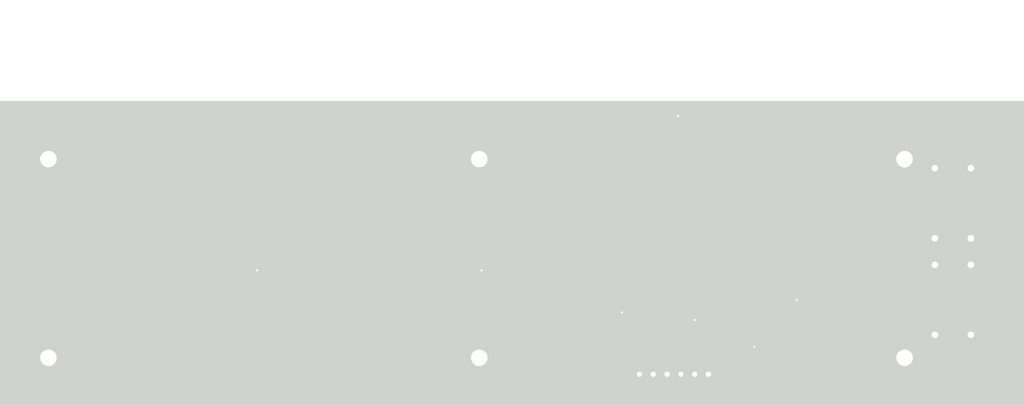
<source format=kicad_pcb>
(kicad_pcb (version 20211014) (generator pcbnew)
  (layers (0 "F.Cu" signal) (31 "B.Cu" signal) (34 "B.Paste" user) (35 "F.Paste" user) (36 "B.SilkS" user "B.Silkscreen") (37 "F.SilkS" user "F.Silkscreen") (38 "B.Mask" user) (39 "F.Mask" user) (44 "Edge.Cuts" user))
  (net 0 "")
  (net 1 "Net-(H11-Pad1)")
  (net 2 "Net-(H12-Pad1)")
  (net 3 "Net-(H14-Pad1)")
  (net 4 "Net-(H5V1-Pad1)")
  (net 5 "Net-(H13-Pad1)")
  (net 6 "GND")
  (footprint "project_fp:SolderWirePad_1x01_SMD_5x10mm" (layer "F.Cu") (at 151 115.6)
    (fp_text reference "H13" (at 0 -3.81) (layer "F.SilkS"))
    (fp_text value "MountingHole_Pad")
    (pad "1" smd rect (at 0 0) (size 5 10) (layers "F.Cu" "F.Paste" "F.Mask") (net 5 "Net-(H13-Pad1)"))
  )
  (footprint "project_fp:SolderWirePad_1x01_SMD_5x10mm" (layer "F.Cu") (at 190 115.1)
    (fp_text reference "H14" (at 0 -3.81) (layer "F.SilkS"))
    (fp_text value "MountingHole_Pad")
    (pad "1" smd rect locked (at 0 0) (size 5 10) (layers "F.Cu" "F.Paste" "F.Mask") (net 3 "Net-(H14-Pad1)"))
  )
  (footprint "project_fp:SolderWirePad_1x01_SMD_5x10mm" (layer "F.Cu") (at 53.5 115.5)
    (fp_text reference "H5V1" (at 0 -3.81) (layer "F.SilkS"))
    (fp_text value "MountingHole_Pad")
    (pad "1" smd rect locked (at 0 0) (size 5 10) (layers "F.Cu" "F.Paste" "F.Mask") (net 4 "Net-(H5V1-Pad1)"))
  )
  (footprint "Resistor_THT:R_Axial_DIN0411_L9.9mm_D3.6mm_P12.70mm_Horizontal" (layer "F.Cu") (at 210.5 136.15 -90)
    (fp_text reference "R4" (at 6.35 -2.92 -90) (layer "F.SilkS"))
    (fp_text value "R_Variable")
    (fp_line (start 1.28 -1.44) (end 1.28 -1.92) (layer "F.SilkS") (width 0.12))
    (fp_line (start 1.28 1.92) (end 11.42 1.92) (layer "F.SilkS") (width 0.12))
    (fp_line (start 11.42 -1.92) (end 11.42 -1.44) (layer "F.SilkS") (width 0.12))
    (fp_line (start 11.42 1.92) (end 11.42 1.44) (layer "F.SilkS") (width 0.12))
    (fp_line (start 1.28 -1.92) (end 11.42 -1.92) (layer "F.SilkS") (width 0.12))
    (fp_line (start 1.28 1.44) (end 1.28 1.92) (layer "F.SilkS") (width 0.12))
    (pad "1" thru_hole circle (at 0 0 270) (size 2.4 2.4) (drill 1.2) (layers *.Cu *.Mask) (net 6 "GND"))
    (pad "2" thru_hole oval (at 12.7 0 270) (size 2.4 2.4) (drill 1.2) (layers *.Cu *.Mask) (net 3 "Net-(H14-Pad1)"))
  )
  (footprint "MountingHole:MountingHole_3mm" (layer "F.Cu") (at 198.5 117)
    (fp_text reference "H3" (at 0 -4) (layer "F.SilkS"))
    (fp_text value "MountingHole")
    (pad "" np_thru_hole circle (at 0 0) (size 3 3) (drill 3) (layers *.Cu *.Mask))
  )
  (footprint "MountingHole:MountingHole_3mm" (layer "F.Cu") (at 43.5 153)
    (fp_text reference "H6" (at 0 -4) (layer "F.SilkS"))
    (fp_text value "MountingHole")
    (pad "" np_thru_hole circle (at 0 0) (size 3 3) (drill 3) (layers *.Cu *.Mask))
  )
  (footprint "MountingHole:MountingHole_3mm" (layer "F.Cu") (at 198.5 153)
    (fp_text reference "H2" (at 0 -4) (layer "F.SilkS"))
    (fp_text value "MountingHole")
    (pad "" np_thru_hole circle (at 0 0) (size 3 3) (drill 3) (layers *.Cu *.Mask))
  )
  (footprint "project_fp:SolderWirePad_1x01_SMD_5x10mm" (layer "F.Cu") (at 112 115.6)
    (fp_text reference "H12" (at 0 -3.81) (layer "F.SilkS"))
    (fp_text value "MountingHole_Pad")
    (pad "1" smd rect locked (at 0 0) (size 5 10) (layers "F.Cu" "F.Paste" "F.Mask") (net 2 "Net-(H12-Pad1)"))
  )
  (footprint "project_fp:SolderWirePad_1x01_SMD_5x10mm" (layer "F.Cu") (at 131 115.6)
    (fp_text reference "H5V3" (at 0 -3.81) (layer "F.SilkS"))
    (fp_text value "MountingHole_Pad")
    (pad "1" smd rect locked (at 0 0) (size 5 10) (layers "F.Cu" "F.Paste" "F.Mask") (net 4 "Net-(H5V1-Pad1)"))
  )
  (footprint "project_fp:SolderWirePad_1x01_SMD_5x10mm" (layer "F.Cu") (at 73.4 115.5)
    (fp_text reference "H11" (at 0 -3.81) (layer "F.SilkS"))
    (fp_text value "MountingHole_Pad")
    (pad "1" smd rect locked (at 0 0) (size 5 10) (layers "F.Cu" "F.Paste" "F.Mask") (net 1 "Net-(H11-Pad1)"))
  )
  (footprint "Resistor_THT:R_Axial_DIN0411_L9.9mm_D3.6mm_P12.70mm_Horizontal" (layer "F.Cu") (at 204 118.65 -90)
    (fp_text reference "R1" (at 6.35 -2.92 -90) (layer "F.SilkS"))
    (fp_text value "R_Variable")
    (fp_line (start 1.28 -1.92) (end 11.42 -1.92) (layer "F.SilkS") (width 0.12))
    (fp_line (start 1.28 1.92) (end 11.42 1.92) (layer "F.SilkS") (width 0.12))
    (fp_line (start 1.28 1.44) (end 1.28 1.92) (layer "F.SilkS") (width 0.12))
    (fp_line (start 11.42 -1.92) (end 11.42 -1.44) (layer "F.SilkS") (width 0.12))
    (fp_line (start 11.42 1.92) (end 11.42 1.44) (layer "F.SilkS") (width 0.12))
    (fp_line (start 1.28 -1.44) (end 1.28 -1.92) (layer "F.SilkS") (width 0.12))
    (pad "1" thru_hole circle (at 0 0 270) (size 2.4 2.4) (drill 1.2) (layers *.Cu *.Mask) (net 6 "GND"))
    (pad "2" thru_hole oval (at 12.7 0 270) (size 2.4 2.4) (drill 1.2) (layers *.Cu *.Mask) (net 5 "Net-(H13-Pad1)"))
  )
  (footprint "MountingHole:MountingHole_3mm" (layer "F.Cu") (at 43.5 117)
    (fp_text reference "H1" (at 0 -4) (layer "F.SilkS"))
    (fp_text value "MountingHole")
    (pad "" np_thru_hole circle (at 0 0) (size 3 3) (drill 3) (layers *.Cu *.Mask))
  )
  (footprint "Connector_JST:JST_XH_B6B-XH-A_1x06_P2.50mm_Vertical" (layer "F.Cu") (at 150.5 156)
    (fp_text reference "J?3=FSR4;6=FSR1" (at 6.25 -3.55) (layer "F.SilkS"))
    (fp_text value "06JQ-BT")
    (fp_line (start -2.85 -2.75) (end -2.85 -1.5) (layer "F.SilkS") (width 0.12))
    (fp_line (start 13.25 -1.7) (end 15.05 -1.7) (layer "F.SilkS") (width 0.12))
    (fp_line (start -1.8 2.75) (end 6.25 2.75) (layer "F.SilkS") (width 0.12))
    (fp_line (start -0.75 -2.45) (end -2.55 -2.45) (layer "F.SilkS") (width 0.12))
    (fp_line (start 15.06 3.51) (end 15.06 -2.46) (layer "F.SilkS") (width 0.12))
    (fp_line (start -2.56 3.51) (end 15.06 3.51) (layer "F.SilkS") (width 0.12))
    (fp_line (start 15.05 -1.7) (end 15.05 -2.45) (layer "F.SilkS") (width 0.12))
    (fp_line (start 15.05 -2.45) (end 13.25 -2.45) (layer "F.SilkS") (width 0.12))
    (fp_line (start 15.06 -2.46) (end -2.56 -2.46) (layer "F.SilkS") (width 0.12))
    (fp_line (start -0.75 -1.7) (end -0.75 -2.45) (layer "F.SilkS") (width 0.12))
    (fp_line (start 0.75 -2.45) (end 0.75 -1.7) (layer "F.SilkS") (width 0.12))
    (fp_line (start 14.3 2.75) (end 6.25 2.75) (layer "F.SilkS") (width 0.12))
    (fp_line (start 14.3 -0.2) (end 14.3 2.75) (layer "F.SilkS") (width 0.12))
    (fp_line (start 15.05 -0.2) (end 14.3 -0.2) (layer "F.SilkS") (width 0.12))
    (fp_line (start 11.75 -1.7) (end 11.75 -2.45) (layer "F.SilkS") (width 0.12))
    (fp_line (start -2.56 -2.46) (end -2.56 3.51) (layer "F.SilkS") (width 0.12))
    (fp_line (start 13.25 -2.45) (end 13.25 -1.7) (layer "F.SilkS") (width 0.12))
    (fp_line (start 0.75 -1.7) (end 11.75 -1.7) (layer "F.SilkS") (width 0.12))
    (fp_line (start -2.55 -2.45) (end -2.55 -1.7) (layer "F.SilkS") (width 0.12))
    (fp_line (start -2.55 -1.7) (end -0.75 -1.7) (layer "F.SilkS") (width 0.12))
    (fp_line (start -1.8 -0.2) (end -1.8 2.75) (layer "F.SilkS") (width 0.12))
    (fp_line (start -2.55 -0.2) (end -1.8 -0.2) (layer "F.SilkS") (width 0.12))
    (fp_line (start -1.6 -2.75) (end -2.85 -2.75) (layer "F.SilkS") (width 0.12))
    (fp_line (start 11.75 -2.45) (end 0.75 -2.45) (layer "F.SilkS") (width 0.12))
    (pad "1" thru_hole roundrect (at 0 0) (size 1.7 2.5) (drill 0.95) (layers *.Cu *.Mask) (roundrect_rratio 0.1470588235) (net 6 "GND"))
    (pad "2" thru_hole oval (at 2.5 0) (size 1.7 2.5) (drill 0.95) (layers *.Cu *.Mask) (net 4 "Net-(H5V1-Pad1)"))
    (pad "3" thru_hole oval (at 5 0) (size 1.7 2.5) (drill 0.95) (layers *.Cu *.Mask) (net 3 "Net-(H14-Pad1)"))
    (pad "4" thru_hole oval (at 7.5 0) (size 1.7 2.5) (drill 0.95) (layers *.Cu *.Mask) (net 5 "Net-(H13-Pad1)"))
    (pad "5" thru_hole oval (at 10 0) (size 1.7 2.5) (drill 0.95) (layers *.Cu *.Mask) (net 2 "Net-(H12-Pad1)"))
    (pad "6" thru_hole oval (at 12.5 0) (size 1.7 2.5) (drill 0.95) (layers *.Cu *.Mask) (net 1 "Net-(H11-Pad1)"))
  )
  (footprint "Resistor_THT:R_Axial_DIN0411_L9.9mm_D3.6mm_P12.70mm_Horizontal" (layer "F.Cu") (at 204 136.15 -90)
    (fp_text reference "R3" (at 6.35 -2.92 -90) (layer "F.SilkS"))
    (fp_text value "R_Variable")
    (fp_line (start 11.42 -1.92) (end 11.42 -1.44) (layer "F.SilkS") (width 0.12))
    (fp_line (start 1.28 -1.92) (end 11.42 -1.92) (layer "F.SilkS") (width 0.12))
    (fp_line (start 1.28 1.44) (end 1.28 1.92) (layer "F.SilkS") (width 0.12))
    (fp_line (start 1.28 1.92) (end 11.42 1.92) (layer "F.SilkS") (width 0.12))
    (fp_line (start 11.42 1.92) (end 11.42 1.44) (layer "F.SilkS") (width 0.12))
    (fp_line (start 1.28 -1.44) (end 1.28 -1.92) (layer "F.SilkS") (width 0.12))
    (pad "1" thru_hole circle (at 0 0 270) (size 2.4 2.4) (drill 1.2) (layers *.Cu *.Mask) (net 6 "GND"))
    (pad "2" thru_hole oval (at 12.7 0 270) (size 2.4 2.4) (drill 1.2) (layers *.Cu *.Mask) (net 2 "Net-(H12-Pad1)"))
  )
  (footprint "project_fp:SolderWirePad_1x01_SMD_5x10mm" (layer "F.Cu") (at 92 115.7)
    (fp_text reference "H5V2" (at 0 -3.81) (layer "F.SilkS"))
    (fp_text value "MountingHole_Pad")
    (pad "1" smd rect locked (at 0 0) (size 5 10) (layers "F.Cu" "F.Paste" "F.Mask") (net 4 "Net-(H5V1-Pad1)"))
  )
  (footprint "Resistor_THT:R_Axial_DIN0411_L9.9mm_D3.6mm_P12.70mm_Horizontal" (layer "F.Cu") (at 210.5 118.65 -90)
    (fp_text reference "R2" (at 6.35 -2.92 -90) (layer "F.SilkS"))
    (fp_text value "R_Variable")
    (fp_line (start 1.28 -1.44) (end 1.28 -1.92) (layer "F.SilkS") (width 0.12))
    (fp_line (start 11.42 1.92) (end 11.42 1.44) (layer "F.SilkS") (width 0.12))
    (fp_line (start 1.28 -1.92) (end 11.42 -1.92) (layer "F.SilkS") (width 0.12))
    (fp_line (start 11.42 -1.92) (end 11.42 -1.44) (layer "F.SilkS") (width 0.12))
    (fp_line (start 1.28 1.44) (end 1.28 1.92) (layer "F.SilkS") (width 0.12))
    (fp_line (start 1.28 1.92) (end 11.42 1.92) (layer "F.SilkS") (width 0.12))
    (pad "1" thru_hole circle (at 0 0 270) (size 2.4 2.4) (drill 1.2) (layers *.Cu *.Mask) (net 6 "GND"))
    (pad "2" thru_hole oval (at 12.7 0 270) (size 2.4 2.4) (drill 1.2) (layers *.Cu *.Mask) (net 1 "Net-(H11-Pad1)"))
  )
  (footprint "MountingHole:MountingHole_3mm" (layer "F.Cu") (at 121.5 153)
    (fp_text reference "H10" (at 0 -4) (layer "F.SilkS"))
    (fp_text value "MountingHole")
    (pad "" np_thru_hole circle (at 0 0) (size 3 3) (drill 3) (layers *.Cu *.Mask))
  )
  (footprint "project_fp:SolderWirePad_1x01_SMD_5x10mm" (layer "F.Cu") (at 170 115.1)
    (fp_text reference "H5V4" (at 0 -3.81) (layer "F.SilkS"))
    (fp_text value "MountingHole_Pad")
    (pad "1" smd rect locked (at 0 0) (size 5 10) (layers "F.Cu" "F.Paste" "F.Mask") (net 4 "Net-(H5V1-Pad1)"))
  )
  (footprint "MountingHole:MountingHole_3mm" (layer "F.Cu") (at 121.5 117)
    (fp_text reference "H5" (at 0 -4) (layer "F.SilkS"))
    (fp_text value "MountingHole")
    (pad "" np_thru_hole circle (at 0 0) (size 3 3) (drill 3) (layers *.Cu *.Mask))
  )
  (gr_rect (start 34.78 106.5) (end 220.08 161.5) (layer "Edge.Cuts") (width 0.1) (fill none))
  (segment (start 73.5 129.38) (end 73.5 115.6) (width 1) (layer "F.Cu") (net 1))
  (segment (start 171.32 151) (end 166.32 156) (width 1) (layer "F.Cu") (net 1))
  (segment (start 81.28 137.16) (end 73.5 129.38) (width 1) (layer "F.Cu") (net 1))
  (segment (start 166.32 156) (end 163 156) (width 1) (layer "F.Cu") (net 1))
  (via (at 171.32 151) (size 2) (drill 0.4) (layers "F.Cu" "B.Cu") (net 1))
  (via (at 81.28 137.16) (size 2) (drill 0.4) (layers "F.Cu" "B.Cu") (net 1))
  (segment (start 128.5 151) (end 163 151) (width 1) (layer "B.Cu") (net 1))
  (segment (start 215.9 151.6) (end 215.9 135.4) (width 1) (layer "B.Cu") (net 1))
  (segment (start 208 159.5) (end 215.9 151.6) (width 1) (layer "B.Cu") (net 1))
  (segment (start 89.849966 145.729966) (end 123.229966 145.729966) (width 1) (layer "B.Cu") (net 1))
  (segment (start 163 151) (end 164 151) (width 1) (layer "B.Cu") (net 1))
  (segment (start 171.32 151) (end 174 151) (width 1) (layer "B.Cu") (net 1))
  (segment (start 163 151) (end 171.32 151) (width 1) (layer "B.Cu") (net 1))
  (segment (start 123.229966 145.729966) (end 128.5 151) (width 1) (layer "B.Cu") (net 1))
  (segment (start 174 151) (end 182.5 159.5) (width 1) (layer "B.Cu") (net 1))
  (segment (start 211.85 131.35) (end 210.5 131.35) (width 1) (layer "B.Cu") (net 1))
  (segment (start 182.5 159.5) (end 208 159.5) (width 1) (layer "B.Cu") (net 1))
  (segment (start 215.9 135.4) (end 211.85 131.35) (width 1) (layer "B.Cu") (net 1))
  (segment (start 81.28 137.16) (end 89.849966 145.729966) (width 1) (layer "B.Cu") (net 1))
  (segment (start 112 127.24) (end 121.92 137.16) (width 1) (layer "F.Cu") (net 2))
  (segment (start 160.5 146.16) (end 160.5 156) (width 1) (layer "F.Cu") (net 2))
  (segment (start 112 115.6) (end 112 127.24) (width 1) (layer "F.Cu") (net 2))
  (via (at 160.5 146.16) (size 2) (drill 0.4) (layers "F.Cu" "B.Cu") (net 2))
  (via (at 121.92 137.16) (size 2) (drill 0.4) (layers "F.Cu" "B.Cu") (net 2))
  (segment (start 161.66 145) (end 201.89 145) (width 1) (layer "B.Cu") (net 2))
  (segment (start 121.92 137.16) (end 127 142.24) (width 1) (layer "B.Cu") (net 2))
  (segment (start 156.58 142.24) (end 160.5 146.16) (width 1) (layer "B.Cu") (net 2))
  (segment (start 127 142.24) (end 156.58 142.24) (width 1) (layer "B.Cu") (net 2))
  (segment (start 160.5 146.16) (end 161.66 145) (width 1) (layer "B.Cu") (net 2))
  (segment (start 204 147.11) (end 204 148.85) (width 1) (layer "B.Cu") (net 2))
  (segment (start 201.89 145) (end 204 147.11) (width 1) (layer "B.Cu") (net 2))
  (segment (start 210.5 147.11) (end 210.5 148.85) (width 1) (layer "F.Cu") (net 3))
  (segment (start 179 139) (end 174.5 143.5) (width 1) (layer "F.Cu") (net 3))
  (segment (start 156.22 143.5) (end 155.5 144.22) (width 1) (layer "F.Cu") (net 3))
  (segment (start 179 139) (end 182 142) (width 1) (layer "F.Cu") (net 3))
  (segment (start 205.39 142) (end 210.5 147.11) (width 1) (layer "F.Cu") (net 3))
  (segment (start 179 117.1) (end 181 115.1) (width 1) (layer "F.Cu") (net 3))
  (segment (start 188.5 115.1) (end 190 115.1) (width 1) (layer "F.Cu") (net 3))
  (segment (start 182 142) (end 205.39 142) (width 1) (layer "F.Cu") (net 3))
  (segment (start 155.5 144.22) (end 155.5 156) (width 1) (layer "F.Cu") (net 3))
  (segment (start 174.5 143.5) (end 156.22 143.5) (width 1) (layer "F.Cu") (net 3))
  (segment (start 179 139) (end 179 117.1) (width 1) (layer "F.Cu") (net 3))
  (segment (start 181 115.1) (end 190 115.1) (width 1) (layer "F.Cu") (net 3))
  (segment (start 53.5 115.5) (end 53.5 138.9) (width 1) (layer "F.Cu") (net 4))
  (segment (start 153.3 139.7) (end 150.8 142.2) (width 1) (layer "F.Cu") (net 4))
  (segment (start 131 139.4) (end 133.8 142.2) (width 1) (layer "F.Cu") (net 4))
  (segment (start 53.5 138.9) (end 56.8 142.2) (width 1) (layer "F.Cu") (net 4))
  (segment (start 92 115.7) (end 92 140.4) (width 1) (layer "F.Cu") (net 4))
  (segment (start 92 140.4) (end 93.8 142.2) (width 1) (layer "F.Cu") (net 4))
  (segment (start 153 144.4) (end 150.8 142.2) (width 1) (layer "F.Cu") (net 4))
  (segment (start 168.3 139.7) (end 153.3 139.7) (width 1) (layer "F.Cu") (net 4))
  (segment (start 56.8 142.2) (end 93.8 142.2) (width 1) (layer "F.Cu") (net 4))
  (segment (start 153 156) (end 153 144.4) (width 1) (layer "F.Cu") (net 4))
  (segment (start 93.8 142.2) (end 150.8 142.2) (width 1) (layer "F.Cu") (net 4))
  (segment (start 170 115.1) (end 170 138) (width 1) (layer "F.Cu") (net 4))
  (segment (start 170 138) (end 168.3 139.7) (width 1) (layer "F.Cu") (net 4))
  (segment (start 131 115.6) (end 131 139.4) (width 1) (layer "F.Cu") (net 4))
  (segment (start 157.38 109.22) (end 151 115.6) (width 1) (layer "F.Cu") (net 5))
  (segment (start 179 142.5) (end 179 158.5) (width 1) (layer "F.Cu") (net 5))
  (segment (start 158 158.27) (end 158 156) (width 1) (layer "F.Cu") (net 5))
  (segment (start 179 158.5) (end 177.5 160) (width 1) (layer "F.Cu") (net 5))
  (segment (start 177.5 160) (end 159.73 160) (width 1) (layer "F.Cu") (net 5))
  (segment (start 159.73 160) (end 158 158.27) (width 1) (layer "F.Cu") (net 5))
  (segment (start 157.48 109.22) (end 157.38 109.22) (width 1) (layer "F.Cu") (net 5))
  (via (at 157.48 109.22) (size 2) (drill 0.4) (layers "F.Cu" "B.Cu") (net 5))
  (via (at 179 142.5) (size 2) (drill 0.4) (layers "F.Cu" "B.Cu") (net 5))
  (segment (start 182.5 114) (end 182.5 133) (width 1) (layer "B.Cu") (net 5))
  (segment (start 158.072892 108.627108) (end 177.127108 108.627108) (width 1) (layer "B.Cu") (net 5))
  (segment (start 182.5 133) (end 184 131.5) (width 1) (layer "B.Cu") (net 5))
  (segment (start 203.85 131.5) (end 204 131.35) (width 1) (layer "B.Cu") (net 5))
  (segment (start 157.48 109.22) (end 158.072892 108.627108) (width 1) (layer "B.Cu") (net 5))
  (segment (start 182.5 133) (end 182.5 139) (width 1) (layer "B.Cu") (net 5))
  (segment (start 177.127108 108.627108) (end 182.5 114) (width 1) (layer "B.Cu") (net 5))
  (segment (start 182.5 139) (end 179 142.5) (width 1) (layer "B.Cu") (net 5))
  (segment (start 184 131.5) (end 203.85 131.5) (width 1) (layer "B.Cu") (net 5))
  (segment (start 150.5 156) (end 150.5 147.96) (width 1) (layer "F.Cu") (net 6))
  (segment (start 150.5 147.96) (end 147.32 144.78) (width 1) (layer "F.Cu") (net 6))
  (via (at 147.32 144.78) (size 2) (drill 0.4) (layers "F.Cu" "B.Cu") (net 6))
  (segment (start 207 136) (end 206.85 136.15) (width 1) (layer "B.Cu") (net 6))
  (segment (start 194 157.5) (end 207 157.5) (width 1) (layer "B.Cu") (net 6))
  (segment (start 150.5 144.78) (end 154.72 149) (width 1) (layer "B.Cu") (net 6))
  (segment (start 206.85 136.15) (end 204 136.15) (width 1) (layer "B.Cu") (net 6))
  (segment (start 207 118.5) (end 210.49 118.5) (width 1) (layer "B.Cu") (net 6))
  (segment (start 206.85 136.15) (end 210.5 136.15) (width 1) (layer "B.Cu") (net 6))
  (segment (start 154.72 149) (end 185.5 149) (width 1) (layer "B.Cu") (net 6))
  (segment (start 203.99 118.5) (end 207 118.5) (width 1) (layer "B.Cu") (net 6))
  (segment (start 185.5 149) (end 194 157.5) (width 1) (layer "B.Cu") (net 6))
  (segment (start 147.32 144.78) (end 150.5 144.78) (width 1) (layer "B.Cu") (net 6))
  (segment (start 207 157.5) (end 207 136) (width 1) (layer "B.Cu") (net 6))
  (segment (start 207 118.5) (end 207 136) (width 1) (layer "B.Cu") (net 6))
  (zone (net 6) (net_name "GND") (layers F&B.Cu) (connect_pads (clearance 1.5)) (min_thickness 1.5) (fill yes (thermal_gap 2) (thermal_bridge_width 2))
    (polygon (pts (xy 220.08 161.5) (xy 34.78 161.5) (xy 34.78 106.5) (xy 220.08 106.5)))
  )
  (zone (net 0) (net_name "") (layer "Edge.Cuts") (connect_pads (clearance 0.508)) (min_thickness 0.254) (fill yes (thermal_gap 0.508) (thermal_bridge_width 0.508))
    (polygon (pts (xy 220.08 161.5) (xy 34.78 161.5) (xy 34.78 106.5) (xy 220.08 106.5)))
  )
)
</source>
